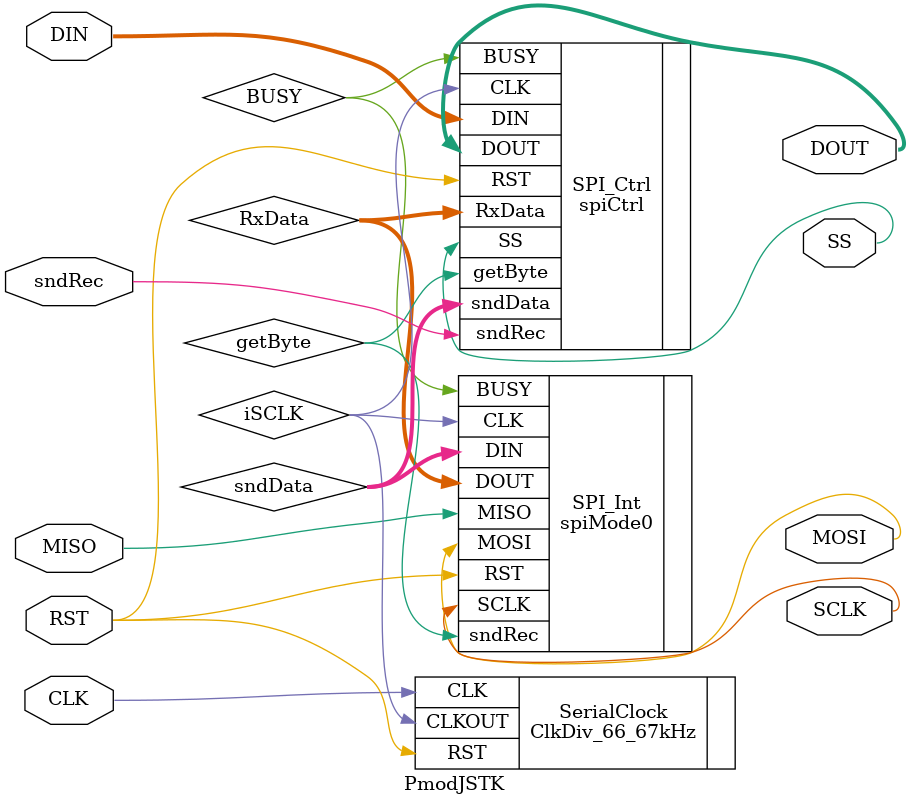
<source format=v>
`timescale 1ns / 1ps

// ==============================================================================
// 										  Define Module
// ==============================================================================
module PmodJSTK(
			CLK,
			RST,
			sndRec,
			DIN,
			MISO,
			SS,
			SCLK,
			MOSI,
			DOUT
    );

// ===========================================================================
// 										Port Declarations
// ===========================================================================
			input CLK;						// 100MHz onboard clock
			input RST;						// Reset
			input sndRec;					// Send receive, initializes data read/write
			input [7:0] DIN;				// Data that is to be sent to the slave
			input MISO;						// Master in slave out
			output SS;						// Slave select, active low
			output SCLK;					// Serial clock
			output MOSI;					// Master out slave in
			output [39:0] DOUT;			// All data read from the slave

// ===========================================================================
// 							  Parameters, Regsiters, and Wires
// ===========================================================================

			// Output wires and registers
			wire SS;
			wire SCLK;
			wire MOSI;
			wire [39:0] DOUT;

			wire getByte;									// Initiates a data byte transfer in SPI_Int
			wire [7:0] sndData;							// Data to be sent to Slave
			wire [7:0] RxData;							// Output data from SPI_Int
			wire BUSY;										// Handshake from SPI_Int to SPI_Ctrl
			

			// 66.67kHz Clock Divider, period 15us
			wire iSCLK;										// Internal serial clock,
																// not directly output to slave,
																// controls state machine, etc.

// ===========================================================================
// 										Implementation
// ===========================================================================

			//-----------------------------------------------
			//  	  				SPI Controller
			//-----------------------------------------------
			spiCtrl SPI_Ctrl(
					.CLK(iSCLK),
					.RST(RST),
					.sndRec(sndRec),
					.BUSY(BUSY),
					.DIN(DIN),
					.RxData(RxData),
					.SS(SS),
					.getByte(getByte),
					.sndData(sndData),
					.DOUT(DOUT)
			);

			//-----------------------------------------------
			//  	  				  SPI Mode 0
			//-----------------------------------------------
			spiMode0 SPI_Int(
					.CLK(iSCLK),
					.RST(RST),
					.sndRec(getByte),
					.DIN(sndData),
					.MISO(MISO),
					.MOSI(MOSI),
					.SCLK(SCLK),
					.BUSY(BUSY),
					.DOUT(RxData)
			);

			//-----------------------------------------------
			//  	  				SPI Controller
			//-----------------------------------------------
			ClkDiv_66_67kHz SerialClock(
					.CLK(CLK),
					.RST(RST),
					.CLKOUT(iSCLK)
			);

endmodule

</source>
